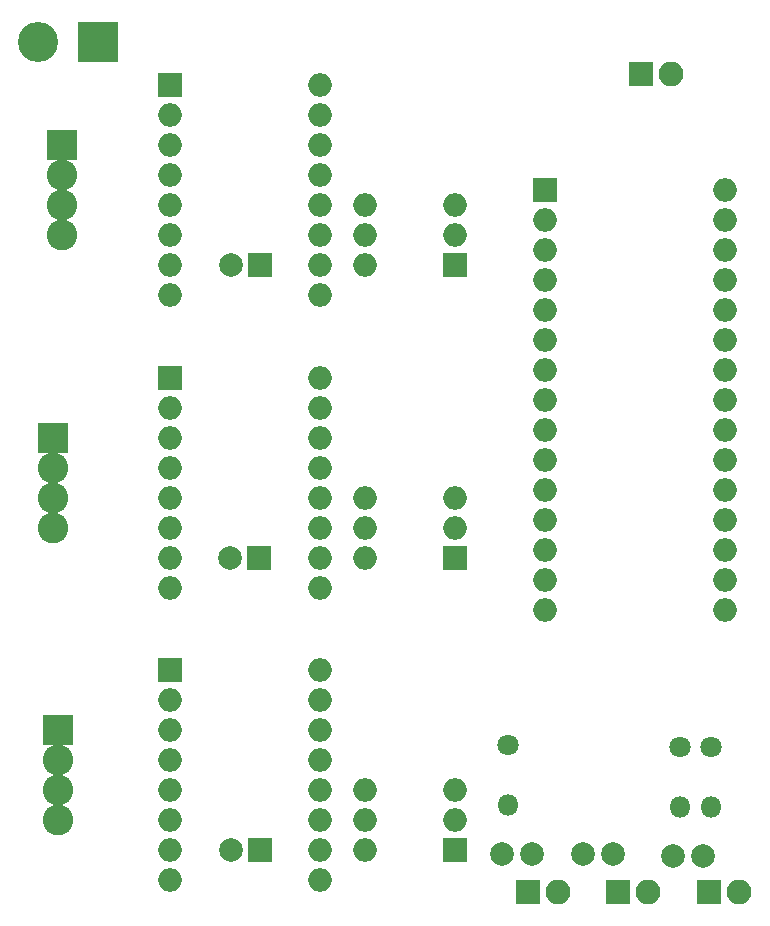
<source format=gbr>
G04 #@! TF.GenerationSoftware,KiCad,Pcbnew,5.0.0-fee4fd1~65~ubuntu18.04.1*
G04 #@! TF.CreationDate,2018-07-22T19:22:41+02:00*
G04 #@! TF.ProjectId,nano8825,6E616E6F383832352E6B696361645F70,rev?*
G04 #@! TF.SameCoordinates,Original*
G04 #@! TF.FileFunction,Soldermask,Top*
G04 #@! TF.FilePolarity,Negative*
%FSLAX46Y46*%
G04 Gerber Fmt 4.6, Leading zero omitted, Abs format (unit mm)*
G04 Created by KiCad (PCBNEW 5.0.0-fee4fd1~65~ubuntu18.04.1) date Sun Jul 22 19:22:41 2018*
%MOMM*%
%LPD*%
G01*
G04 APERTURE LIST*
%ADD10R,2.000000X2.000000*%
%ADD11O,2.000000X2.000000*%
%ADD12O,2.100000X2.100000*%
%ADD13R,2.100000X2.100000*%
%ADD14R,2.600000X2.600000*%
%ADD15C,2.600000*%
%ADD16C,2.000000*%
%ADD17C,1.800000*%
%ADD18O,1.800000X1.800000*%
%ADD19R,3.400000X3.400000*%
%ADD20C,3.400000*%
G04 APERTURE END LIST*
D10*
G04 #@! TO.C,SW1*
X156210000Y-81280000D03*
D11*
X148590000Y-76200000D03*
X156210000Y-78740000D03*
X148590000Y-78740000D03*
X156210000Y-76200000D03*
X148590000Y-81280000D03*
G04 #@! TD*
D10*
G04 #@! TO.C,SW3*
X156210000Y-130810000D03*
D11*
X148590000Y-125730000D03*
X156210000Y-128270000D03*
X148590000Y-128270000D03*
X156210000Y-125730000D03*
X148590000Y-130810000D03*
G04 #@! TD*
G04 #@! TO.C,SW2*
X148580000Y-106050000D03*
X156200000Y-100970000D03*
X148580000Y-103510000D03*
X156200000Y-103510000D03*
X148580000Y-100970000D03*
D10*
X156200000Y-106050000D03*
G04 #@! TD*
D12*
G04 #@! TO.C,J8*
X174470000Y-65120000D03*
D13*
X171930000Y-65120000D03*
G04 #@! TD*
G04 #@! TO.C,J7*
X177680000Y-134320000D03*
D12*
X180220000Y-134320000D03*
G04 #@! TD*
G04 #@! TO.C,J6*
X172545000Y-134320000D03*
D13*
X170005000Y-134320000D03*
G04 #@! TD*
G04 #@! TO.C,J5*
X162330000Y-134320000D03*
D12*
X164870000Y-134320000D03*
G04 #@! TD*
D14*
G04 #@! TO.C,J4*
X122530000Y-120650000D03*
D15*
X122530000Y-123190000D03*
X122530000Y-125730000D03*
X122530000Y-128270000D03*
G04 #@! TD*
G04 #@! TO.C,J2*
X122880000Y-78770000D03*
X122880000Y-76230000D03*
X122880000Y-73690000D03*
D14*
X122880000Y-71150000D03*
G04 #@! TD*
G04 #@! TO.C,J3*
X122130000Y-95900000D03*
D15*
X122130000Y-98440000D03*
X122130000Y-100980000D03*
X122130000Y-103520000D03*
G04 #@! TD*
D16*
G04 #@! TO.C,C4*
X160180000Y-131170000D03*
X162680000Y-131170000D03*
G04 #@! TD*
G04 #@! TO.C,C5*
X167030000Y-131170000D03*
X169530000Y-131170000D03*
G04 #@! TD*
G04 #@! TO.C,C6*
X177130000Y-131270000D03*
X174630000Y-131270000D03*
G04 #@! TD*
D17*
G04 #@! TO.C,R1*
X160655000Y-121920000D03*
D18*
X160655000Y-127000000D03*
G04 #@! TD*
G04 #@! TO.C,R2*
X175230000Y-127170000D03*
D17*
X175230000Y-122090000D03*
G04 #@! TD*
G04 #@! TO.C,R3*
X177830000Y-122090000D03*
D18*
X177830000Y-127170000D03*
G04 #@! TD*
D10*
G04 #@! TO.C,C1*
X139700000Y-130810000D03*
D16*
X137200000Y-130810000D03*
G04 #@! TD*
D10*
G04 #@! TO.C,C3*
X139700000Y-81280000D03*
D16*
X137200000Y-81280000D03*
G04 #@! TD*
G04 #@! TO.C,C2*
X137080000Y-106070000D03*
D10*
X139580000Y-106070000D03*
G04 #@! TD*
G04 #@! TO.C,A1*
X163830000Y-74930000D03*
D11*
X179070000Y-107950000D03*
X163830000Y-77470000D03*
X179070000Y-105410000D03*
X163830000Y-80010000D03*
X179070000Y-102870000D03*
X163830000Y-82550000D03*
X179070000Y-100330000D03*
X163830000Y-85090000D03*
X179070000Y-97790000D03*
X163830000Y-87630000D03*
X179070000Y-95250000D03*
X163830000Y-90170000D03*
X179070000Y-92710000D03*
X163830000Y-92710000D03*
X179070000Y-90170000D03*
X163830000Y-95250000D03*
X179070000Y-87630000D03*
X163830000Y-97790000D03*
X179070000Y-85090000D03*
X163830000Y-100330000D03*
X179070000Y-82550000D03*
X163830000Y-102870000D03*
X179070000Y-80010000D03*
X163830000Y-105410000D03*
X179070000Y-77470000D03*
X163830000Y-107950000D03*
X179070000Y-74930000D03*
X163830000Y-110490000D03*
X179070000Y-110490000D03*
G04 #@! TD*
D10*
G04 #@! TO.C,A4*
X132080000Y-115570000D03*
D11*
X144780000Y-133350000D03*
X132080000Y-118110000D03*
X144780000Y-130810000D03*
X132080000Y-120650000D03*
X144780000Y-128270000D03*
X132080000Y-123190000D03*
X144780000Y-125730000D03*
X132080000Y-125730000D03*
X144780000Y-123190000D03*
X132080000Y-128270000D03*
X144780000Y-120650000D03*
X132080000Y-130810000D03*
X144780000Y-118110000D03*
X132080000Y-133350000D03*
X144780000Y-115570000D03*
G04 #@! TD*
G04 #@! TO.C,A3*
X144780000Y-90805000D03*
X132080000Y-108585000D03*
X144780000Y-93345000D03*
X132080000Y-106045000D03*
X144780000Y-95885000D03*
X132080000Y-103505000D03*
X144780000Y-98425000D03*
X132080000Y-100965000D03*
X144780000Y-100965000D03*
X132080000Y-98425000D03*
X144780000Y-103505000D03*
X132080000Y-95885000D03*
X144780000Y-106045000D03*
X132080000Y-93345000D03*
X144780000Y-108585000D03*
D10*
X132080000Y-90805000D03*
G04 #@! TD*
G04 #@! TO.C,A2*
X132080000Y-66040000D03*
D11*
X144780000Y-83820000D03*
X132080000Y-68580000D03*
X144780000Y-81280000D03*
X132080000Y-71120000D03*
X144780000Y-78740000D03*
X132080000Y-73660000D03*
X144780000Y-76200000D03*
X132080000Y-76200000D03*
X144780000Y-73660000D03*
X132080000Y-78740000D03*
X144780000Y-71120000D03*
X132080000Y-81280000D03*
X144780000Y-68580000D03*
X132080000Y-83820000D03*
X144780000Y-66040000D03*
G04 #@! TD*
D19*
G04 #@! TO.C,J1*
X125980000Y-62420000D03*
D20*
X120900000Y-62420000D03*
G04 #@! TD*
M02*

</source>
